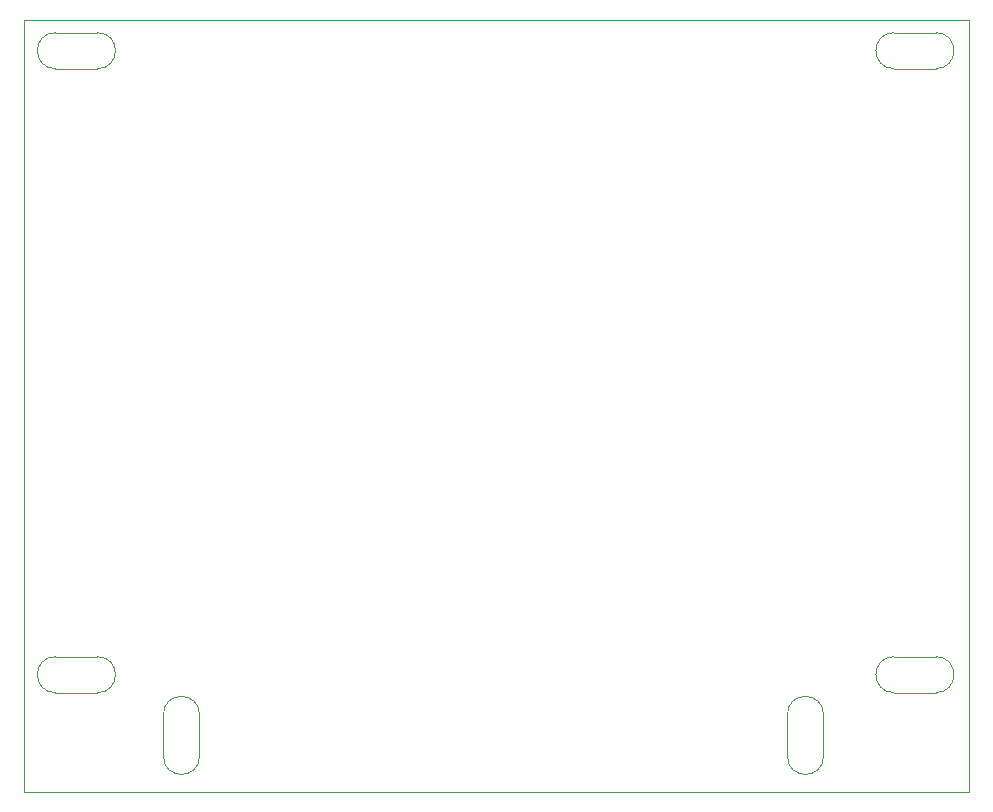
<source format=gm1>
G04 #@! TF.GenerationSoftware,KiCad,Pcbnew,(5.1.0)-1*
G04 #@! TF.CreationDate,2019-04-04T01:13:05-04:00*
G04 #@! TF.ProjectId,SCART Splitter,53434152-5420-4537-906c-69747465722e,rev?*
G04 #@! TF.SameCoordinates,Original*
G04 #@! TF.FileFunction,Profile,NP*
%FSLAX46Y46*%
G04 Gerber Fmt 4.6, Leading zero omitted, Abs format (unit mm)*
G04 Created by KiCad (PCBNEW (5.1.0)-1) date 2019-04-04 01:13:05*
%MOMM*%
%LPD*%
G04 APERTURE LIST*
%ADD10C,0.050000*%
%ADD11C,0.002400*%
G04 APERTURE END LIST*
D10*
X154940000Y-66675000D02*
X74930000Y-66675000D01*
X154940000Y-132080000D02*
X154940000Y-66675000D01*
X74930000Y-132080000D02*
X154940000Y-132080000D01*
X74930000Y-66675000D02*
X74930000Y-132080000D01*
D11*
X81153000Y-70802500D02*
X77597000Y-70802500D01*
D10*
X81152998Y-70802500D02*
G75*
G03X81153000Y-67754500I1J1524000D01*
G01*
X77597000Y-70802500D02*
G75*
G02X77597000Y-67754500I0J1524000D01*
G01*
D11*
X77597000Y-67754500D02*
X81153000Y-67754500D01*
X81153000Y-123634500D02*
X77597000Y-123634500D01*
D10*
X81152998Y-123634500D02*
G75*
G03X81153000Y-120586500I1J1524000D01*
G01*
X77597000Y-123634500D02*
G75*
G02X77597000Y-120586500I0J1524000D01*
G01*
D11*
X77597000Y-120586500D02*
X81153000Y-120586500D01*
X139573000Y-129032000D02*
X139573000Y-125476000D01*
D10*
X142621000Y-129032000D02*
G75*
G02X139573000Y-129032000I-1524000J0D01*
G01*
X142621000Y-125476002D02*
G75*
G03X139573000Y-125476000I-1524000J1D01*
G01*
D11*
X142621000Y-125476000D02*
X142621000Y-129032000D01*
X86741000Y-129032000D02*
X86741000Y-125476000D01*
D10*
X89789000Y-129032000D02*
G75*
G02X86741000Y-129032000I-1524000J0D01*
G01*
X89789000Y-125476002D02*
G75*
G03X86741000Y-125476000I-1524000J1D01*
G01*
D11*
X89789000Y-125476000D02*
X89789000Y-129032000D01*
X152146000Y-70802500D02*
X148590000Y-70802500D01*
D10*
X152146000Y-67754500D02*
G75*
G02X152146000Y-70802500I0J-1524000D01*
G01*
X148590002Y-67754500D02*
G75*
G03X148590000Y-70802500I-1J-1524000D01*
G01*
D11*
X148590000Y-67754500D02*
X152146000Y-67754500D01*
X152146000Y-123634500D02*
X148590000Y-123634500D01*
D10*
X152146000Y-120586500D02*
G75*
G02X152146000Y-123634500I0J-1524000D01*
G01*
X148590002Y-120586500D02*
G75*
G03X148590000Y-123634500I-1J-1524000D01*
G01*
D11*
X148590000Y-120586500D02*
X152146000Y-120586500D01*
M02*

</source>
